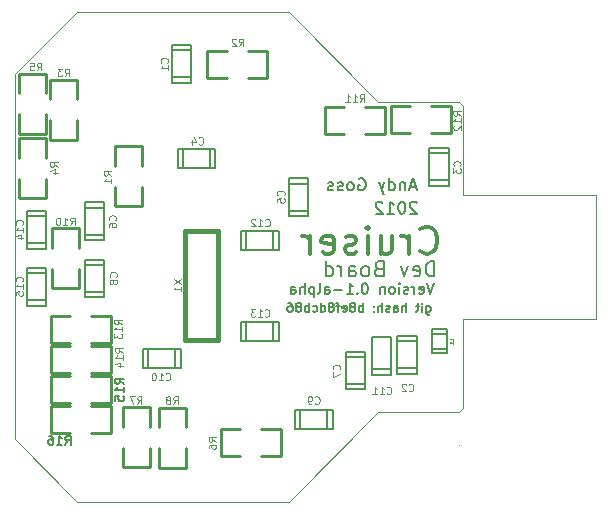
<source format=gbo>
G04 (created by PCBNEW-RS274X (2010-03-14)-final) date Wed 05 Dec 2012 01:18:59 PM EST*
G01*
G70*
G90*
%MOIN*%
G04 Gerber Fmt 3.4, Leading zero omitted, Abs format*
%FSLAX34Y34*%
G04 APERTURE LIST*
%ADD10C,0.006000*%
%ADD11C,0.001000*%
%ADD12C,0.005800*%
%ADD13C,0.005000*%
%ADD14C,0.006700*%
%ADD15C,0.008300*%
%ADD16C,0.014000*%
%ADD17C,0.010000*%
%ADD18C,0.015000*%
%ADD19C,0.004200*%
%ADD20C,0.002000*%
G04 APERTURE END LIST*
G54D10*
G54D11*
X59035Y-37118D02*
X59035Y-34165D01*
X46153Y-23929D02*
X50299Y-23929D01*
X44083Y-38173D02*
X44083Y-26000D01*
X44083Y-38174D02*
X44083Y-38173D01*
X46153Y-40244D02*
X44083Y-38174D01*
X47543Y-40244D02*
X46153Y-40244D01*
X44083Y-25999D02*
X44083Y-26000D01*
X46153Y-23929D02*
X44083Y-25999D01*
X53209Y-40244D02*
X47543Y-40244D01*
X56201Y-37252D02*
X53209Y-40244D01*
X58898Y-37252D02*
X56201Y-37252D01*
X58901Y-37252D02*
X58898Y-37252D01*
X59035Y-37118D02*
X58901Y-37252D01*
X58901Y-38346D02*
X58898Y-38346D01*
X58901Y-26921D02*
X58677Y-26921D01*
X59035Y-27055D02*
X58901Y-26921D01*
X59035Y-29260D02*
X59035Y-27055D01*
X59035Y-30016D02*
X59035Y-29260D01*
X59035Y-30016D02*
X59035Y-30020D01*
X56201Y-26921D02*
X58677Y-26921D01*
X53209Y-23929D02*
X56201Y-26921D01*
X50295Y-23929D02*
X53209Y-23929D01*
X59370Y-34165D02*
X59035Y-34165D01*
X63437Y-30016D02*
X59035Y-30016D01*
X63437Y-34165D02*
X59370Y-34165D01*
X63437Y-30016D02*
X63437Y-34165D01*
G54D12*
X58047Y-32969D02*
X57930Y-33319D01*
X57813Y-32969D01*
X57563Y-33302D02*
X57597Y-33319D01*
X57663Y-33319D01*
X57697Y-33302D01*
X57713Y-33269D01*
X57713Y-33135D01*
X57697Y-33102D01*
X57663Y-33085D01*
X57597Y-33085D01*
X57563Y-33102D01*
X57547Y-33135D01*
X57547Y-33169D01*
X57713Y-33202D01*
X57397Y-33319D02*
X57397Y-33085D01*
X57397Y-33152D02*
X57380Y-33119D01*
X57363Y-33102D01*
X57330Y-33085D01*
X57297Y-33085D01*
X57196Y-33302D02*
X57163Y-33319D01*
X57096Y-33319D01*
X57063Y-33302D01*
X57046Y-33269D01*
X57046Y-33252D01*
X57063Y-33219D01*
X57096Y-33202D01*
X57146Y-33202D01*
X57180Y-33185D01*
X57196Y-33152D01*
X57196Y-33135D01*
X57180Y-33102D01*
X57146Y-33085D01*
X57096Y-33085D01*
X57063Y-33102D01*
X56897Y-33319D02*
X56897Y-33085D01*
X56897Y-32969D02*
X56913Y-32985D01*
X56897Y-33002D01*
X56880Y-32985D01*
X56897Y-32969D01*
X56897Y-33002D01*
X56680Y-33319D02*
X56713Y-33302D01*
X56730Y-33285D01*
X56746Y-33252D01*
X56746Y-33152D01*
X56730Y-33119D01*
X56713Y-33102D01*
X56680Y-33085D01*
X56630Y-33085D01*
X56596Y-33102D01*
X56580Y-33119D01*
X56563Y-33152D01*
X56563Y-33252D01*
X56580Y-33285D01*
X56596Y-33302D01*
X56630Y-33319D01*
X56680Y-33319D01*
X56413Y-33085D02*
X56413Y-33319D01*
X56413Y-33119D02*
X56396Y-33102D01*
X56363Y-33085D01*
X56313Y-33085D01*
X56279Y-33102D01*
X56263Y-33135D01*
X56263Y-33319D01*
X55762Y-32969D02*
X55729Y-32969D01*
X55695Y-32985D01*
X55679Y-33002D01*
X55662Y-33035D01*
X55645Y-33102D01*
X55645Y-33185D01*
X55662Y-33252D01*
X55679Y-33285D01*
X55695Y-33302D01*
X55729Y-33319D01*
X55762Y-33319D01*
X55795Y-33302D01*
X55812Y-33285D01*
X55829Y-33252D01*
X55845Y-33185D01*
X55845Y-33102D01*
X55829Y-33035D01*
X55812Y-33002D01*
X55795Y-32985D01*
X55762Y-32969D01*
X55496Y-33285D02*
X55479Y-33302D01*
X55496Y-33319D01*
X55512Y-33302D01*
X55496Y-33285D01*
X55496Y-33319D01*
X55145Y-33319D02*
X55345Y-33319D01*
X55245Y-33319D02*
X55245Y-32969D01*
X55279Y-33019D01*
X55312Y-33052D01*
X55345Y-33069D01*
X54996Y-33185D02*
X54729Y-33185D01*
X54413Y-33319D02*
X54413Y-33135D01*
X54429Y-33102D01*
X54463Y-33085D01*
X54529Y-33085D01*
X54563Y-33102D01*
X54413Y-33302D02*
X54446Y-33319D01*
X54529Y-33319D01*
X54563Y-33302D01*
X54579Y-33269D01*
X54579Y-33235D01*
X54563Y-33202D01*
X54529Y-33185D01*
X54446Y-33185D01*
X54413Y-33169D01*
X54196Y-33319D02*
X54229Y-33302D01*
X54246Y-33269D01*
X54246Y-32969D01*
X54063Y-33085D02*
X54063Y-33435D01*
X54063Y-33102D02*
X54029Y-33085D01*
X53963Y-33085D01*
X53929Y-33102D01*
X53913Y-33119D01*
X53896Y-33152D01*
X53896Y-33252D01*
X53913Y-33285D01*
X53929Y-33302D01*
X53963Y-33319D01*
X54029Y-33319D01*
X54063Y-33302D01*
X53746Y-33319D02*
X53746Y-32969D01*
X53596Y-33319D02*
X53596Y-33135D01*
X53612Y-33102D01*
X53646Y-33085D01*
X53696Y-33085D01*
X53729Y-33102D01*
X53746Y-33119D01*
X53279Y-33319D02*
X53279Y-33135D01*
X53295Y-33102D01*
X53329Y-33085D01*
X53395Y-33085D01*
X53429Y-33102D01*
X53279Y-33302D02*
X53312Y-33319D01*
X53395Y-33319D01*
X53429Y-33302D01*
X53445Y-33269D01*
X53445Y-33235D01*
X53429Y-33202D01*
X53395Y-33185D01*
X53312Y-33185D01*
X53279Y-33169D01*
G54D13*
X57793Y-33712D02*
X57793Y-33955D01*
X57807Y-33984D01*
X57822Y-33998D01*
X57850Y-34012D01*
X57893Y-34012D01*
X57922Y-33998D01*
X57793Y-33898D02*
X57822Y-33912D01*
X57879Y-33912D01*
X57907Y-33898D01*
X57922Y-33884D01*
X57936Y-33855D01*
X57936Y-33770D01*
X57922Y-33741D01*
X57907Y-33727D01*
X57879Y-33712D01*
X57822Y-33712D01*
X57793Y-33727D01*
X57651Y-33912D02*
X57651Y-33712D01*
X57651Y-33612D02*
X57665Y-33627D01*
X57651Y-33641D01*
X57636Y-33627D01*
X57651Y-33612D01*
X57651Y-33641D01*
X57550Y-33712D02*
X57436Y-33712D01*
X57508Y-33612D02*
X57508Y-33870D01*
X57493Y-33898D01*
X57465Y-33912D01*
X57436Y-33912D01*
X57108Y-33912D02*
X57108Y-33612D01*
X56979Y-33912D02*
X56979Y-33755D01*
X56993Y-33727D01*
X57022Y-33712D01*
X57065Y-33712D01*
X57093Y-33727D01*
X57108Y-33741D01*
X56708Y-33912D02*
X56708Y-33755D01*
X56722Y-33727D01*
X56751Y-33712D01*
X56808Y-33712D01*
X56837Y-33727D01*
X56708Y-33898D02*
X56737Y-33912D01*
X56808Y-33912D01*
X56837Y-33898D01*
X56851Y-33870D01*
X56851Y-33841D01*
X56837Y-33812D01*
X56808Y-33798D01*
X56737Y-33798D01*
X56708Y-33784D01*
X56580Y-33898D02*
X56551Y-33912D01*
X56494Y-33912D01*
X56466Y-33898D01*
X56451Y-33870D01*
X56451Y-33855D01*
X56466Y-33827D01*
X56494Y-33812D01*
X56537Y-33812D01*
X56566Y-33798D01*
X56580Y-33770D01*
X56580Y-33755D01*
X56566Y-33727D01*
X56537Y-33712D01*
X56494Y-33712D01*
X56466Y-33727D01*
X56323Y-33912D02*
X56323Y-33612D01*
X56194Y-33912D02*
X56194Y-33755D01*
X56208Y-33727D01*
X56237Y-33712D01*
X56280Y-33712D01*
X56308Y-33727D01*
X56323Y-33741D01*
X56052Y-33884D02*
X56037Y-33898D01*
X56052Y-33912D01*
X56066Y-33898D01*
X56052Y-33884D01*
X56052Y-33912D01*
X56052Y-33727D02*
X56037Y-33741D01*
X56052Y-33755D01*
X56066Y-33741D01*
X56052Y-33727D01*
X56052Y-33755D01*
X55680Y-33912D02*
X55680Y-33612D01*
X55680Y-33727D02*
X55651Y-33712D01*
X55594Y-33712D01*
X55565Y-33727D01*
X55551Y-33741D01*
X55537Y-33770D01*
X55537Y-33855D01*
X55551Y-33884D01*
X55565Y-33898D01*
X55594Y-33912D01*
X55651Y-33912D01*
X55680Y-33898D01*
X55366Y-33741D02*
X55394Y-33727D01*
X55409Y-33712D01*
X55423Y-33684D01*
X55423Y-33670D01*
X55409Y-33641D01*
X55394Y-33627D01*
X55366Y-33612D01*
X55309Y-33612D01*
X55280Y-33627D01*
X55266Y-33641D01*
X55251Y-33670D01*
X55251Y-33684D01*
X55266Y-33712D01*
X55280Y-33727D01*
X55309Y-33741D01*
X55366Y-33741D01*
X55394Y-33755D01*
X55409Y-33770D01*
X55423Y-33798D01*
X55423Y-33855D01*
X55409Y-33884D01*
X55394Y-33898D01*
X55366Y-33912D01*
X55309Y-33912D01*
X55280Y-33898D01*
X55266Y-33884D01*
X55251Y-33855D01*
X55251Y-33798D01*
X55266Y-33770D01*
X55280Y-33755D01*
X55309Y-33741D01*
X55008Y-33898D02*
X55037Y-33912D01*
X55094Y-33912D01*
X55123Y-33898D01*
X55137Y-33870D01*
X55137Y-33755D01*
X55123Y-33727D01*
X55094Y-33712D01*
X55037Y-33712D01*
X55008Y-33727D01*
X54994Y-33755D01*
X54994Y-33784D01*
X55137Y-33812D01*
X54908Y-33712D02*
X54794Y-33712D01*
X54866Y-33912D02*
X54866Y-33655D01*
X54851Y-33627D01*
X54823Y-33612D01*
X54794Y-33612D01*
X54652Y-33741D02*
X54680Y-33727D01*
X54695Y-33712D01*
X54709Y-33684D01*
X54709Y-33670D01*
X54695Y-33641D01*
X54680Y-33627D01*
X54652Y-33612D01*
X54595Y-33612D01*
X54566Y-33627D01*
X54552Y-33641D01*
X54537Y-33670D01*
X54537Y-33684D01*
X54552Y-33712D01*
X54566Y-33727D01*
X54595Y-33741D01*
X54652Y-33741D01*
X54680Y-33755D01*
X54695Y-33770D01*
X54709Y-33798D01*
X54709Y-33855D01*
X54695Y-33884D01*
X54680Y-33898D01*
X54652Y-33912D01*
X54595Y-33912D01*
X54566Y-33898D01*
X54552Y-33884D01*
X54537Y-33855D01*
X54537Y-33798D01*
X54552Y-33770D01*
X54566Y-33755D01*
X54595Y-33741D01*
X54280Y-33912D02*
X54280Y-33612D01*
X54280Y-33898D02*
X54309Y-33912D01*
X54366Y-33912D01*
X54394Y-33898D01*
X54409Y-33884D01*
X54423Y-33855D01*
X54423Y-33770D01*
X54409Y-33741D01*
X54394Y-33727D01*
X54366Y-33712D01*
X54309Y-33712D01*
X54280Y-33727D01*
X54009Y-33898D02*
X54038Y-33912D01*
X54095Y-33912D01*
X54123Y-33898D01*
X54138Y-33884D01*
X54152Y-33855D01*
X54152Y-33770D01*
X54138Y-33741D01*
X54123Y-33727D01*
X54095Y-33712D01*
X54038Y-33712D01*
X54009Y-33727D01*
X53881Y-33912D02*
X53881Y-33612D01*
X53881Y-33727D02*
X53852Y-33712D01*
X53795Y-33712D01*
X53766Y-33727D01*
X53752Y-33741D01*
X53738Y-33770D01*
X53738Y-33855D01*
X53752Y-33884D01*
X53766Y-33898D01*
X53795Y-33912D01*
X53852Y-33912D01*
X53881Y-33898D01*
X53567Y-33741D02*
X53595Y-33727D01*
X53610Y-33712D01*
X53624Y-33684D01*
X53624Y-33670D01*
X53610Y-33641D01*
X53595Y-33627D01*
X53567Y-33612D01*
X53510Y-33612D01*
X53481Y-33627D01*
X53467Y-33641D01*
X53452Y-33670D01*
X53452Y-33684D01*
X53467Y-33712D01*
X53481Y-33727D01*
X53510Y-33741D01*
X53567Y-33741D01*
X53595Y-33755D01*
X53610Y-33770D01*
X53624Y-33798D01*
X53624Y-33855D01*
X53610Y-33884D01*
X53595Y-33898D01*
X53567Y-33912D01*
X53510Y-33912D01*
X53481Y-33898D01*
X53467Y-33884D01*
X53452Y-33855D01*
X53452Y-33798D01*
X53467Y-33770D01*
X53481Y-33755D01*
X53510Y-33741D01*
X53195Y-33612D02*
X53252Y-33612D01*
X53281Y-33627D01*
X53295Y-33641D01*
X53324Y-33684D01*
X53338Y-33741D01*
X53338Y-33855D01*
X53324Y-33884D01*
X53309Y-33898D01*
X53281Y-33912D01*
X53224Y-33912D01*
X53195Y-33898D01*
X53181Y-33884D01*
X53166Y-33855D01*
X53166Y-33784D01*
X53181Y-33755D01*
X53195Y-33741D01*
X53224Y-33727D01*
X53281Y-33727D01*
X53309Y-33741D01*
X53324Y-33755D01*
X53338Y-33784D01*
G54D14*
X57477Y-30280D02*
X57458Y-30261D01*
X57420Y-30242D01*
X57324Y-30242D01*
X57286Y-30261D01*
X57267Y-30280D01*
X57248Y-30318D01*
X57248Y-30356D01*
X57267Y-30413D01*
X57496Y-30642D01*
X57248Y-30642D01*
X57001Y-30242D02*
X56962Y-30242D01*
X56924Y-30261D01*
X56905Y-30280D01*
X56886Y-30318D01*
X56867Y-30394D01*
X56867Y-30490D01*
X56886Y-30566D01*
X56905Y-30604D01*
X56924Y-30623D01*
X56962Y-30642D01*
X57001Y-30642D01*
X57039Y-30623D01*
X57058Y-30604D01*
X57077Y-30566D01*
X57096Y-30490D01*
X57096Y-30394D01*
X57077Y-30318D01*
X57058Y-30280D01*
X57039Y-30261D01*
X57001Y-30242D01*
X56486Y-30642D02*
X56715Y-30642D01*
X56601Y-30642D02*
X56601Y-30242D01*
X56639Y-30299D01*
X56677Y-30337D01*
X56715Y-30356D01*
X56334Y-30280D02*
X56315Y-30261D01*
X56277Y-30242D01*
X56181Y-30242D01*
X56143Y-30261D01*
X56124Y-30280D01*
X56105Y-30318D01*
X56105Y-30356D01*
X56124Y-30413D01*
X56353Y-30642D01*
X56105Y-30642D01*
X57447Y-29757D02*
X57256Y-29757D01*
X57485Y-29871D02*
X57352Y-29471D01*
X57218Y-29871D01*
X57085Y-29604D02*
X57085Y-29871D01*
X57085Y-29642D02*
X57066Y-29623D01*
X57028Y-29604D01*
X56970Y-29604D01*
X56932Y-29623D01*
X56913Y-29661D01*
X56913Y-29871D01*
X56551Y-29871D02*
X56551Y-29471D01*
X56551Y-29852D02*
X56589Y-29871D01*
X56666Y-29871D01*
X56704Y-29852D01*
X56723Y-29833D01*
X56742Y-29795D01*
X56742Y-29680D01*
X56723Y-29642D01*
X56704Y-29623D01*
X56666Y-29604D01*
X56589Y-29604D01*
X56551Y-29623D01*
X56399Y-29604D02*
X56304Y-29871D01*
X56208Y-29604D02*
X56304Y-29871D01*
X56342Y-29966D01*
X56361Y-29985D01*
X56399Y-30004D01*
X55541Y-29490D02*
X55579Y-29471D01*
X55636Y-29471D01*
X55694Y-29490D01*
X55732Y-29528D01*
X55751Y-29566D01*
X55770Y-29642D01*
X55770Y-29699D01*
X55751Y-29776D01*
X55732Y-29814D01*
X55694Y-29852D01*
X55636Y-29871D01*
X55598Y-29871D01*
X55541Y-29852D01*
X55522Y-29833D01*
X55522Y-29699D01*
X55598Y-29699D01*
X55294Y-29871D02*
X55332Y-29852D01*
X55351Y-29833D01*
X55370Y-29795D01*
X55370Y-29680D01*
X55351Y-29642D01*
X55332Y-29623D01*
X55294Y-29604D01*
X55236Y-29604D01*
X55198Y-29623D01*
X55179Y-29642D01*
X55160Y-29680D01*
X55160Y-29795D01*
X55179Y-29833D01*
X55198Y-29852D01*
X55236Y-29871D01*
X55294Y-29871D01*
X55008Y-29852D02*
X54970Y-29871D01*
X54894Y-29871D01*
X54855Y-29852D01*
X54836Y-29814D01*
X54836Y-29795D01*
X54855Y-29757D01*
X54894Y-29738D01*
X54951Y-29738D01*
X54989Y-29719D01*
X55008Y-29680D01*
X55008Y-29661D01*
X54989Y-29623D01*
X54951Y-29604D01*
X54894Y-29604D01*
X54855Y-29623D01*
X54684Y-29852D02*
X54646Y-29871D01*
X54570Y-29871D01*
X54531Y-29852D01*
X54512Y-29814D01*
X54512Y-29795D01*
X54531Y-29757D01*
X54570Y-29738D01*
X54627Y-29738D01*
X54665Y-29719D01*
X54684Y-29680D01*
X54684Y-29661D01*
X54665Y-29623D01*
X54627Y-29604D01*
X54570Y-29604D01*
X54531Y-29623D01*
G54D15*
X58061Y-32737D02*
X58061Y-32237D01*
X57942Y-32237D01*
X57870Y-32261D01*
X57823Y-32309D01*
X57799Y-32356D01*
X57775Y-32452D01*
X57775Y-32523D01*
X57799Y-32618D01*
X57823Y-32666D01*
X57870Y-32714D01*
X57942Y-32737D01*
X58061Y-32737D01*
X57370Y-32714D02*
X57418Y-32737D01*
X57513Y-32737D01*
X57561Y-32714D01*
X57585Y-32666D01*
X57585Y-32475D01*
X57561Y-32428D01*
X57513Y-32404D01*
X57418Y-32404D01*
X57370Y-32428D01*
X57347Y-32475D01*
X57347Y-32523D01*
X57585Y-32571D01*
X57180Y-32404D02*
X57061Y-32737D01*
X56941Y-32404D01*
X56203Y-32475D02*
X56132Y-32499D01*
X56108Y-32523D01*
X56084Y-32571D01*
X56084Y-32642D01*
X56108Y-32690D01*
X56132Y-32714D01*
X56179Y-32737D01*
X56370Y-32737D01*
X56370Y-32237D01*
X56203Y-32237D01*
X56156Y-32261D01*
X56132Y-32285D01*
X56108Y-32333D01*
X56108Y-32380D01*
X56132Y-32428D01*
X56156Y-32452D01*
X56203Y-32475D01*
X56370Y-32475D01*
X55799Y-32737D02*
X55846Y-32714D01*
X55870Y-32690D01*
X55894Y-32642D01*
X55894Y-32499D01*
X55870Y-32452D01*
X55846Y-32428D01*
X55799Y-32404D01*
X55727Y-32404D01*
X55679Y-32428D01*
X55656Y-32452D01*
X55632Y-32499D01*
X55632Y-32642D01*
X55656Y-32690D01*
X55679Y-32714D01*
X55727Y-32737D01*
X55799Y-32737D01*
X55204Y-32737D02*
X55204Y-32475D01*
X55227Y-32428D01*
X55275Y-32404D01*
X55370Y-32404D01*
X55418Y-32428D01*
X55204Y-32714D02*
X55251Y-32737D01*
X55370Y-32737D01*
X55418Y-32714D01*
X55442Y-32666D01*
X55442Y-32618D01*
X55418Y-32571D01*
X55370Y-32547D01*
X55251Y-32547D01*
X55204Y-32523D01*
X54966Y-32737D02*
X54966Y-32404D01*
X54966Y-32499D02*
X54942Y-32452D01*
X54918Y-32428D01*
X54871Y-32404D01*
X54823Y-32404D01*
X54442Y-32737D02*
X54442Y-32237D01*
X54442Y-32714D02*
X54489Y-32737D01*
X54585Y-32737D01*
X54632Y-32714D01*
X54656Y-32690D01*
X54680Y-32642D01*
X54680Y-32499D01*
X54656Y-32452D01*
X54632Y-32428D01*
X54585Y-32404D01*
X54489Y-32404D01*
X54442Y-32428D01*
G54D16*
X57598Y-31897D02*
X57641Y-31939D01*
X57770Y-31982D01*
X57856Y-31982D01*
X57984Y-31939D01*
X58070Y-31854D01*
X58113Y-31768D01*
X58156Y-31597D01*
X58156Y-31468D01*
X58113Y-31297D01*
X58070Y-31211D01*
X57984Y-31125D01*
X57856Y-31082D01*
X57770Y-31082D01*
X57641Y-31125D01*
X57598Y-31168D01*
X57213Y-31982D02*
X57213Y-31382D01*
X57213Y-31554D02*
X57170Y-31468D01*
X57127Y-31425D01*
X57041Y-31382D01*
X56956Y-31382D01*
X56270Y-31382D02*
X56270Y-31982D01*
X56656Y-31382D02*
X56656Y-31854D01*
X56613Y-31939D01*
X56527Y-31982D01*
X56399Y-31982D01*
X56313Y-31939D01*
X56270Y-31897D01*
X55842Y-31982D02*
X55842Y-31382D01*
X55842Y-31082D02*
X55885Y-31125D01*
X55842Y-31168D01*
X55799Y-31125D01*
X55842Y-31082D01*
X55842Y-31168D01*
X55456Y-31939D02*
X55370Y-31982D01*
X55198Y-31982D01*
X55113Y-31939D01*
X55070Y-31854D01*
X55070Y-31811D01*
X55113Y-31725D01*
X55198Y-31682D01*
X55327Y-31682D01*
X55413Y-31639D01*
X55456Y-31554D01*
X55456Y-31511D01*
X55413Y-31425D01*
X55327Y-31382D01*
X55198Y-31382D01*
X55113Y-31425D01*
X54341Y-31939D02*
X54427Y-31982D01*
X54598Y-31982D01*
X54684Y-31939D01*
X54727Y-31854D01*
X54727Y-31511D01*
X54684Y-31425D01*
X54598Y-31382D01*
X54427Y-31382D01*
X54341Y-31425D01*
X54298Y-31511D01*
X54298Y-31597D01*
X54727Y-31682D01*
X53913Y-31982D02*
X53913Y-31382D01*
X53913Y-31554D02*
X53870Y-31468D01*
X53827Y-31425D01*
X53741Y-31382D01*
X53656Y-31382D01*
G54D13*
X44487Y-30739D02*
X45127Y-30739D01*
X45127Y-31639D02*
X44487Y-31639D01*
X45127Y-31819D02*
X44487Y-31819D01*
X44487Y-31819D02*
X44487Y-30559D01*
X44487Y-30559D02*
X45127Y-30559D01*
X45127Y-30559D02*
X45127Y-31819D01*
X52702Y-34243D02*
X52702Y-34883D01*
X51802Y-34883D02*
X51802Y-34243D01*
X51622Y-34883D02*
X51622Y-34243D01*
X51622Y-34243D02*
X52882Y-34243D01*
X52882Y-34243D02*
X52882Y-34883D01*
X52882Y-34883D02*
X51622Y-34883D01*
X49430Y-35164D02*
X49430Y-35804D01*
X48530Y-35804D02*
X48530Y-35164D01*
X48350Y-35804D02*
X48350Y-35164D01*
X48350Y-35164D02*
X49610Y-35164D01*
X49610Y-35164D02*
X49610Y-35804D01*
X49610Y-35804D02*
X48350Y-35804D01*
X54501Y-37176D02*
X54501Y-37816D01*
X53601Y-37816D02*
X53601Y-37176D01*
X53421Y-37816D02*
X53421Y-37176D01*
X53421Y-37176D02*
X54681Y-37176D01*
X54681Y-37176D02*
X54681Y-37816D01*
X54681Y-37816D02*
X53421Y-37816D01*
X47060Y-33257D02*
X46420Y-33257D01*
X46420Y-32357D02*
X47060Y-32357D01*
X46420Y-32177D02*
X47060Y-32177D01*
X47060Y-32177D02*
X47060Y-33437D01*
X47060Y-33437D02*
X46420Y-33437D01*
X46420Y-33437D02*
X46420Y-32177D01*
X55745Y-36324D02*
X55105Y-36324D01*
X55105Y-35424D02*
X55745Y-35424D01*
X55105Y-35244D02*
X55745Y-35244D01*
X55745Y-35244D02*
X55745Y-36504D01*
X55745Y-36504D02*
X55105Y-36504D01*
X55105Y-36504D02*
X55105Y-35244D01*
X46420Y-30452D02*
X47060Y-30452D01*
X47060Y-31352D02*
X46420Y-31352D01*
X47060Y-31532D02*
X46420Y-31532D01*
X46420Y-31532D02*
X46420Y-30272D01*
X46420Y-30272D02*
X47060Y-30272D01*
X47060Y-30272D02*
X47060Y-31532D01*
X53215Y-29648D02*
X53855Y-29648D01*
X53855Y-30548D02*
X53215Y-30548D01*
X53855Y-30728D02*
X53215Y-30728D01*
X53215Y-30728D02*
X53215Y-29468D01*
X53215Y-29468D02*
X53855Y-29468D01*
X53855Y-29468D02*
X53855Y-30728D01*
X49688Y-29127D02*
X49688Y-28487D01*
X50588Y-28487D02*
X50588Y-29127D01*
X50768Y-28487D02*
X50768Y-29127D01*
X50768Y-29127D02*
X49508Y-29127D01*
X49508Y-29127D02*
X49508Y-28487D01*
X49508Y-28487D02*
X50768Y-28487D01*
X58540Y-29540D02*
X57900Y-29540D01*
X57900Y-28640D02*
X58540Y-28640D01*
X57900Y-28460D02*
X58540Y-28460D01*
X58540Y-28460D02*
X58540Y-29720D01*
X58540Y-29720D02*
X57900Y-29720D01*
X57900Y-29720D02*
X57900Y-28460D01*
X57469Y-35804D02*
X56829Y-35804D01*
X56829Y-34904D02*
X57469Y-34904D01*
X56829Y-34724D02*
X57469Y-34724D01*
X57469Y-34724D02*
X57469Y-35984D01*
X57469Y-35984D02*
X56829Y-35984D01*
X56829Y-35984D02*
X56829Y-34724D01*
X49962Y-26103D02*
X49322Y-26103D01*
X49322Y-25203D02*
X49962Y-25203D01*
X49322Y-25023D02*
X49962Y-25023D01*
X49962Y-25023D02*
X49962Y-26283D01*
X49962Y-26283D02*
X49322Y-26283D01*
X49322Y-26283D02*
X49322Y-25023D01*
G54D17*
X58606Y-27074D02*
X58606Y-27974D01*
X58606Y-27974D02*
X57956Y-27974D01*
X57256Y-27074D02*
X56606Y-27074D01*
X56606Y-27074D02*
X56606Y-27974D01*
X56606Y-27974D02*
X57256Y-27974D01*
X57956Y-27074D02*
X58606Y-27074D01*
X56405Y-27078D02*
X56405Y-27978D01*
X56405Y-27978D02*
X55755Y-27978D01*
X55055Y-27078D02*
X54405Y-27078D01*
X54405Y-27078D02*
X54405Y-27978D01*
X54405Y-27978D02*
X55055Y-27978D01*
X55755Y-27078D02*
X56405Y-27078D01*
X45325Y-31130D02*
X46225Y-31130D01*
X46225Y-31130D02*
X46225Y-31780D01*
X45325Y-32480D02*
X45325Y-33130D01*
X45325Y-33130D02*
X46225Y-33130D01*
X46225Y-33130D02*
X46225Y-32480D01*
X45325Y-31780D02*
X45325Y-31130D01*
X48869Y-37110D02*
X49769Y-37110D01*
X49769Y-37110D02*
X49769Y-37760D01*
X48869Y-38460D02*
X48869Y-39110D01*
X48869Y-39110D02*
X49769Y-39110D01*
X49769Y-39110D02*
X49769Y-38460D01*
X48869Y-37760D02*
X48869Y-37110D01*
X47676Y-37106D02*
X48576Y-37106D01*
X48576Y-37106D02*
X48576Y-37756D01*
X47676Y-38456D02*
X47676Y-39106D01*
X47676Y-39106D02*
X48576Y-39106D01*
X48576Y-39106D02*
X48576Y-38456D01*
X47676Y-37756D02*
X47676Y-37106D01*
X50949Y-38737D02*
X50949Y-37837D01*
X50949Y-37837D02*
X51599Y-37837D01*
X52299Y-38737D02*
X52949Y-38737D01*
X52949Y-38737D02*
X52949Y-37837D01*
X52949Y-37837D02*
X52299Y-37837D01*
X51599Y-38737D02*
X50949Y-38737D01*
X44215Y-25988D02*
X45115Y-25988D01*
X45115Y-25988D02*
X45115Y-26638D01*
X44215Y-27338D02*
X44215Y-27988D01*
X44215Y-27988D02*
X45115Y-27988D01*
X45115Y-27988D02*
X45115Y-27338D01*
X44215Y-26638D02*
X44215Y-25988D01*
X45115Y-30126D02*
X44215Y-30126D01*
X44215Y-30126D02*
X44215Y-29476D01*
X45115Y-28776D02*
X45115Y-28126D01*
X45115Y-28126D02*
X44215Y-28126D01*
X44215Y-28126D02*
X44215Y-28776D01*
X45115Y-29476D02*
X45115Y-30126D01*
X46139Y-28189D02*
X45239Y-28189D01*
X45239Y-28189D02*
X45239Y-27539D01*
X46139Y-26839D02*
X46139Y-26189D01*
X46139Y-26189D02*
X45239Y-26189D01*
X45239Y-26189D02*
X45239Y-26839D01*
X46139Y-27539D02*
X46139Y-28189D01*
X52496Y-25215D02*
X52496Y-26115D01*
X52496Y-26115D02*
X51846Y-26115D01*
X51146Y-25215D02*
X50496Y-25215D01*
X50496Y-25215D02*
X50496Y-26115D01*
X50496Y-26115D02*
X51146Y-26115D01*
X51846Y-25215D02*
X52496Y-25215D01*
X47424Y-28405D02*
X48324Y-28405D01*
X48324Y-28405D02*
X48324Y-29055D01*
X47424Y-29755D02*
X47424Y-30405D01*
X47424Y-30405D02*
X48324Y-30405D01*
X48324Y-30405D02*
X48324Y-29755D01*
X47424Y-29055D02*
X47424Y-28405D01*
G54D13*
X52698Y-31227D02*
X52698Y-31867D01*
X51798Y-31867D02*
X51798Y-31227D01*
X51618Y-31867D02*
X51618Y-31227D01*
X51618Y-31227D02*
X52878Y-31227D01*
X52878Y-31227D02*
X52878Y-31867D01*
X52878Y-31867D02*
X51618Y-31867D01*
X45123Y-33533D02*
X44483Y-33533D01*
X44483Y-32633D02*
X45123Y-32633D01*
X44483Y-32453D02*
X45123Y-32453D01*
X45123Y-32453D02*
X45123Y-33713D01*
X45123Y-33713D02*
X44483Y-33713D01*
X44483Y-33713D02*
X44483Y-32453D01*
X56615Y-35832D02*
X55975Y-35832D01*
X55975Y-34752D02*
X56615Y-34752D01*
X56615Y-34752D02*
X56615Y-36012D01*
X56615Y-36012D02*
X55975Y-36012D01*
X55975Y-36012D02*
X55975Y-34752D01*
G54D18*
X50865Y-31210D02*
X49765Y-31210D01*
X49765Y-31210D02*
X49765Y-34860D01*
X49765Y-34860D02*
X50865Y-34860D01*
X50865Y-34860D02*
X50865Y-31235D01*
G54D17*
X47272Y-34046D02*
X47272Y-34946D01*
X47272Y-34946D02*
X46622Y-34946D01*
X45922Y-34046D02*
X45272Y-34046D01*
X45272Y-34046D02*
X45272Y-34946D01*
X45272Y-34946D02*
X45922Y-34946D01*
X46622Y-34046D02*
X47272Y-34046D01*
X47272Y-35046D02*
X47272Y-35946D01*
X47272Y-35946D02*
X46622Y-35946D01*
X45922Y-35046D02*
X45272Y-35046D01*
X45272Y-35046D02*
X45272Y-35946D01*
X45272Y-35946D02*
X45922Y-35946D01*
X46622Y-35046D02*
X47272Y-35046D01*
G54D13*
X58502Y-34652D02*
X58002Y-34652D01*
X58502Y-35152D02*
X58012Y-35152D01*
X58502Y-35302D02*
X58502Y-34502D01*
X58502Y-34502D02*
X58002Y-34502D01*
X58002Y-34502D02*
X58002Y-35302D01*
X58002Y-35302D02*
X58502Y-35302D01*
G54D17*
X47272Y-37050D02*
X47272Y-37950D01*
X47272Y-37950D02*
X46622Y-37950D01*
X45922Y-37050D02*
X45272Y-37050D01*
X45272Y-37050D02*
X45272Y-37950D01*
X45272Y-37950D02*
X45922Y-37950D01*
X46622Y-37050D02*
X47272Y-37050D01*
X47272Y-36046D02*
X47272Y-36946D01*
X47272Y-36946D02*
X46622Y-36946D01*
X45922Y-36046D02*
X45272Y-36046D01*
X45272Y-36046D02*
X45272Y-36946D01*
X45272Y-36946D02*
X45922Y-36946D01*
X46622Y-36046D02*
X47272Y-36046D01*
G54D19*
X44329Y-31012D02*
X44341Y-31000D01*
X44353Y-30965D01*
X44353Y-30941D01*
X44341Y-30905D01*
X44317Y-30881D01*
X44294Y-30870D01*
X44246Y-30858D01*
X44210Y-30858D01*
X44163Y-30870D01*
X44139Y-30881D01*
X44115Y-30905D01*
X44103Y-30941D01*
X44103Y-30965D01*
X44115Y-31000D01*
X44127Y-31012D01*
X44353Y-31250D02*
X44353Y-31108D01*
X44353Y-31179D02*
X44103Y-31179D01*
X44139Y-31155D01*
X44163Y-31131D01*
X44175Y-31108D01*
X44187Y-31465D02*
X44353Y-31465D01*
X44091Y-31405D02*
X44270Y-31346D01*
X44270Y-31500D01*
X52413Y-34061D02*
X52425Y-34073D01*
X52460Y-34085D01*
X52484Y-34085D01*
X52520Y-34073D01*
X52544Y-34049D01*
X52555Y-34026D01*
X52567Y-33978D01*
X52567Y-33942D01*
X52555Y-33895D01*
X52544Y-33871D01*
X52520Y-33847D01*
X52484Y-33835D01*
X52460Y-33835D01*
X52425Y-33847D01*
X52413Y-33859D01*
X52175Y-34085D02*
X52317Y-34085D01*
X52246Y-34085D02*
X52246Y-33835D01*
X52270Y-33871D01*
X52294Y-33895D01*
X52317Y-33907D01*
X52091Y-33835D02*
X51937Y-33835D01*
X52020Y-33930D01*
X51984Y-33930D01*
X51960Y-33942D01*
X51948Y-33954D01*
X51937Y-33978D01*
X51937Y-34038D01*
X51948Y-34061D01*
X51960Y-34073D01*
X51984Y-34085D01*
X52056Y-34085D01*
X52079Y-34073D01*
X52091Y-34061D01*
X49113Y-36179D02*
X49125Y-36191D01*
X49160Y-36203D01*
X49184Y-36203D01*
X49220Y-36191D01*
X49244Y-36167D01*
X49255Y-36144D01*
X49267Y-36096D01*
X49267Y-36060D01*
X49255Y-36013D01*
X49244Y-35989D01*
X49220Y-35965D01*
X49184Y-35953D01*
X49160Y-35953D01*
X49125Y-35965D01*
X49113Y-35977D01*
X48875Y-36203D02*
X49017Y-36203D01*
X48946Y-36203D02*
X48946Y-35953D01*
X48970Y-35989D01*
X48994Y-36013D01*
X49017Y-36025D01*
X48720Y-35953D02*
X48696Y-35953D01*
X48672Y-35965D01*
X48660Y-35977D01*
X48648Y-36001D01*
X48637Y-36048D01*
X48637Y-36108D01*
X48648Y-36156D01*
X48660Y-36179D01*
X48672Y-36191D01*
X48696Y-36203D01*
X48720Y-36203D01*
X48744Y-36191D01*
X48756Y-36179D01*
X48767Y-36156D01*
X48779Y-36108D01*
X48779Y-36048D01*
X48767Y-36001D01*
X48756Y-35977D01*
X48744Y-35965D01*
X48720Y-35953D01*
X54085Y-36963D02*
X54097Y-36975D01*
X54132Y-36987D01*
X54156Y-36987D01*
X54192Y-36975D01*
X54216Y-36951D01*
X54227Y-36928D01*
X54239Y-36880D01*
X54239Y-36844D01*
X54227Y-36797D01*
X54216Y-36773D01*
X54192Y-36749D01*
X54156Y-36737D01*
X54132Y-36737D01*
X54097Y-36749D01*
X54085Y-36761D01*
X53966Y-36987D02*
X53918Y-36987D01*
X53894Y-36975D01*
X53882Y-36963D01*
X53858Y-36928D01*
X53847Y-36880D01*
X53847Y-36785D01*
X53858Y-36761D01*
X53870Y-36749D01*
X53894Y-36737D01*
X53942Y-36737D01*
X53966Y-36749D01*
X53977Y-36761D01*
X53989Y-36785D01*
X53989Y-36844D01*
X53977Y-36868D01*
X53966Y-36880D01*
X53942Y-36892D01*
X53894Y-36892D01*
X53870Y-36880D01*
X53858Y-36868D01*
X53847Y-36844D01*
X47467Y-32749D02*
X47479Y-32737D01*
X47491Y-32702D01*
X47491Y-32678D01*
X47479Y-32642D01*
X47455Y-32618D01*
X47432Y-32607D01*
X47384Y-32595D01*
X47348Y-32595D01*
X47301Y-32607D01*
X47277Y-32618D01*
X47253Y-32642D01*
X47241Y-32678D01*
X47241Y-32702D01*
X47253Y-32737D01*
X47265Y-32749D01*
X47348Y-32892D02*
X47336Y-32868D01*
X47325Y-32857D01*
X47301Y-32845D01*
X47289Y-32845D01*
X47265Y-32857D01*
X47253Y-32868D01*
X47241Y-32892D01*
X47241Y-32940D01*
X47253Y-32964D01*
X47265Y-32976D01*
X47289Y-32987D01*
X47301Y-32987D01*
X47325Y-32976D01*
X47336Y-32964D01*
X47348Y-32940D01*
X47348Y-32892D01*
X47360Y-32868D01*
X47372Y-32857D01*
X47396Y-32845D01*
X47444Y-32845D01*
X47467Y-32857D01*
X47479Y-32868D01*
X47491Y-32892D01*
X47491Y-32940D01*
X47479Y-32964D01*
X47467Y-32976D01*
X47444Y-32987D01*
X47396Y-32987D01*
X47372Y-32976D01*
X47360Y-32964D01*
X47348Y-32940D01*
X54904Y-35840D02*
X54916Y-35828D01*
X54928Y-35793D01*
X54928Y-35769D01*
X54916Y-35733D01*
X54892Y-35709D01*
X54869Y-35698D01*
X54821Y-35686D01*
X54785Y-35686D01*
X54738Y-35698D01*
X54714Y-35709D01*
X54690Y-35733D01*
X54678Y-35769D01*
X54678Y-35793D01*
X54690Y-35828D01*
X54702Y-35840D01*
X54678Y-35924D02*
X54678Y-36090D01*
X54928Y-35983D01*
X47435Y-30860D02*
X47447Y-30848D01*
X47459Y-30813D01*
X47459Y-30789D01*
X47447Y-30753D01*
X47423Y-30729D01*
X47400Y-30718D01*
X47352Y-30706D01*
X47316Y-30706D01*
X47269Y-30718D01*
X47245Y-30729D01*
X47221Y-30753D01*
X47209Y-30789D01*
X47209Y-30813D01*
X47221Y-30848D01*
X47233Y-30860D01*
X47209Y-31075D02*
X47209Y-31027D01*
X47221Y-31003D01*
X47233Y-30991D01*
X47269Y-30968D01*
X47316Y-30956D01*
X47412Y-30956D01*
X47435Y-30968D01*
X47447Y-30979D01*
X47459Y-31003D01*
X47459Y-31051D01*
X47447Y-31075D01*
X47435Y-31087D01*
X47412Y-31098D01*
X47352Y-31098D01*
X47328Y-31087D01*
X47316Y-31075D01*
X47304Y-31051D01*
X47304Y-31003D01*
X47316Y-30979D01*
X47328Y-30968D01*
X47352Y-30956D01*
X53046Y-30037D02*
X53058Y-30025D01*
X53070Y-29990D01*
X53070Y-29966D01*
X53058Y-29930D01*
X53034Y-29906D01*
X53011Y-29895D01*
X52963Y-29883D01*
X52927Y-29883D01*
X52880Y-29895D01*
X52856Y-29906D01*
X52832Y-29930D01*
X52820Y-29966D01*
X52820Y-29990D01*
X52832Y-30025D01*
X52844Y-30037D01*
X52820Y-30264D02*
X52820Y-30145D01*
X52939Y-30133D01*
X52927Y-30145D01*
X52915Y-30168D01*
X52915Y-30228D01*
X52927Y-30252D01*
X52939Y-30264D01*
X52963Y-30275D01*
X53023Y-30275D01*
X53046Y-30264D01*
X53058Y-30252D01*
X53070Y-30228D01*
X53070Y-30168D01*
X53058Y-30145D01*
X53046Y-30133D01*
X50208Y-28317D02*
X50220Y-28329D01*
X50255Y-28341D01*
X50279Y-28341D01*
X50315Y-28329D01*
X50339Y-28305D01*
X50350Y-28282D01*
X50362Y-28234D01*
X50362Y-28198D01*
X50350Y-28151D01*
X50339Y-28127D01*
X50315Y-28103D01*
X50279Y-28091D01*
X50255Y-28091D01*
X50220Y-28103D01*
X50208Y-28115D01*
X49993Y-28175D02*
X49993Y-28341D01*
X50053Y-28079D02*
X50112Y-28258D01*
X49958Y-28258D01*
X58920Y-29052D02*
X58932Y-29040D01*
X58944Y-29005D01*
X58944Y-28981D01*
X58932Y-28945D01*
X58908Y-28921D01*
X58885Y-28910D01*
X58837Y-28898D01*
X58801Y-28898D01*
X58754Y-28910D01*
X58730Y-28921D01*
X58706Y-28945D01*
X58694Y-28981D01*
X58694Y-29005D01*
X58706Y-29040D01*
X58718Y-29052D01*
X58694Y-29136D02*
X58694Y-29290D01*
X58789Y-29207D01*
X58789Y-29243D01*
X58801Y-29267D01*
X58813Y-29279D01*
X58837Y-29290D01*
X58897Y-29290D01*
X58920Y-29279D01*
X58932Y-29267D01*
X58944Y-29243D01*
X58944Y-29171D01*
X58932Y-29148D01*
X58920Y-29136D01*
X57211Y-36546D02*
X57223Y-36558D01*
X57258Y-36570D01*
X57282Y-36570D01*
X57318Y-36558D01*
X57342Y-36534D01*
X57353Y-36511D01*
X57365Y-36463D01*
X57365Y-36427D01*
X57353Y-36380D01*
X57342Y-36356D01*
X57318Y-36332D01*
X57282Y-36320D01*
X57258Y-36320D01*
X57223Y-36332D01*
X57211Y-36344D01*
X57115Y-36344D02*
X57103Y-36332D01*
X57080Y-36320D01*
X57020Y-36320D01*
X56996Y-36332D01*
X56984Y-36344D01*
X56973Y-36368D01*
X56973Y-36392D01*
X56984Y-36427D01*
X57127Y-36570D01*
X56973Y-36570D01*
X49164Y-25608D02*
X49176Y-25596D01*
X49188Y-25561D01*
X49188Y-25537D01*
X49176Y-25501D01*
X49152Y-25477D01*
X49129Y-25466D01*
X49081Y-25454D01*
X49045Y-25454D01*
X48998Y-25466D01*
X48974Y-25477D01*
X48950Y-25501D01*
X48938Y-25537D01*
X48938Y-25561D01*
X48950Y-25596D01*
X48962Y-25608D01*
X49188Y-25846D02*
X49188Y-25704D01*
X49188Y-25775D02*
X48938Y-25775D01*
X48974Y-25751D01*
X48998Y-25727D01*
X49010Y-25704D01*
X58951Y-27378D02*
X58832Y-27295D01*
X58951Y-27236D02*
X58701Y-27236D01*
X58701Y-27331D01*
X58713Y-27355D01*
X58725Y-27366D01*
X58749Y-27378D01*
X58785Y-27378D01*
X58808Y-27366D01*
X58820Y-27355D01*
X58832Y-27331D01*
X58832Y-27236D01*
X58951Y-27616D02*
X58951Y-27474D01*
X58951Y-27545D02*
X58701Y-27545D01*
X58737Y-27521D01*
X58761Y-27497D01*
X58773Y-27474D01*
X58725Y-27712D02*
X58713Y-27724D01*
X58701Y-27747D01*
X58701Y-27807D01*
X58713Y-27831D01*
X58725Y-27843D01*
X58749Y-27854D01*
X58773Y-27854D01*
X58808Y-27843D01*
X58951Y-27700D01*
X58951Y-27854D01*
X55578Y-26920D02*
X55661Y-26801D01*
X55720Y-26920D02*
X55720Y-26670D01*
X55625Y-26670D01*
X55601Y-26682D01*
X55590Y-26694D01*
X55578Y-26718D01*
X55578Y-26754D01*
X55590Y-26777D01*
X55601Y-26789D01*
X55625Y-26801D01*
X55720Y-26801D01*
X55340Y-26920D02*
X55482Y-26920D01*
X55411Y-26920D02*
X55411Y-26670D01*
X55435Y-26706D01*
X55459Y-26730D01*
X55482Y-26742D01*
X55102Y-26920D02*
X55244Y-26920D01*
X55173Y-26920D02*
X55173Y-26670D01*
X55197Y-26706D01*
X55221Y-26730D01*
X55244Y-26742D01*
X45929Y-31026D02*
X46012Y-30907D01*
X46071Y-31026D02*
X46071Y-30776D01*
X45976Y-30776D01*
X45952Y-30788D01*
X45941Y-30800D01*
X45929Y-30824D01*
X45929Y-30860D01*
X45941Y-30883D01*
X45952Y-30895D01*
X45976Y-30907D01*
X46071Y-30907D01*
X45691Y-31026D02*
X45833Y-31026D01*
X45762Y-31026D02*
X45762Y-30776D01*
X45786Y-30812D01*
X45810Y-30836D01*
X45833Y-30848D01*
X45536Y-30776D02*
X45512Y-30776D01*
X45488Y-30788D01*
X45476Y-30800D01*
X45464Y-30824D01*
X45453Y-30871D01*
X45453Y-30931D01*
X45464Y-30979D01*
X45476Y-31002D01*
X45488Y-31014D01*
X45512Y-31026D01*
X45536Y-31026D01*
X45560Y-31014D01*
X45572Y-31002D01*
X45583Y-30979D01*
X45595Y-30931D01*
X45595Y-30871D01*
X45583Y-30824D01*
X45572Y-30800D01*
X45560Y-30788D01*
X45536Y-30776D01*
X49361Y-36987D02*
X49444Y-36868D01*
X49503Y-36987D02*
X49503Y-36737D01*
X49408Y-36737D01*
X49384Y-36749D01*
X49373Y-36761D01*
X49361Y-36785D01*
X49361Y-36821D01*
X49373Y-36844D01*
X49384Y-36856D01*
X49408Y-36868D01*
X49503Y-36868D01*
X49218Y-36844D02*
X49242Y-36832D01*
X49253Y-36821D01*
X49265Y-36797D01*
X49265Y-36785D01*
X49253Y-36761D01*
X49242Y-36749D01*
X49218Y-36737D01*
X49170Y-36737D01*
X49146Y-36749D01*
X49134Y-36761D01*
X49123Y-36785D01*
X49123Y-36797D01*
X49134Y-36821D01*
X49146Y-36832D01*
X49170Y-36844D01*
X49218Y-36844D01*
X49242Y-36856D01*
X49253Y-36868D01*
X49265Y-36892D01*
X49265Y-36940D01*
X49253Y-36963D01*
X49242Y-36975D01*
X49218Y-36987D01*
X49170Y-36987D01*
X49146Y-36975D01*
X49134Y-36963D01*
X49123Y-36940D01*
X49123Y-36892D01*
X49134Y-36868D01*
X49146Y-36856D01*
X49170Y-36844D01*
X48160Y-36983D02*
X48243Y-36864D01*
X48302Y-36983D02*
X48302Y-36733D01*
X48207Y-36733D01*
X48183Y-36745D01*
X48172Y-36757D01*
X48160Y-36781D01*
X48160Y-36817D01*
X48172Y-36840D01*
X48183Y-36852D01*
X48207Y-36864D01*
X48302Y-36864D01*
X48076Y-36733D02*
X47910Y-36733D01*
X48017Y-36983D01*
X50786Y-38245D02*
X50667Y-38162D01*
X50786Y-38103D02*
X50536Y-38103D01*
X50536Y-38198D01*
X50548Y-38222D01*
X50560Y-38233D01*
X50584Y-38245D01*
X50620Y-38245D01*
X50643Y-38233D01*
X50655Y-38222D01*
X50667Y-38198D01*
X50667Y-38103D01*
X50536Y-38460D02*
X50536Y-38412D01*
X50548Y-38388D01*
X50560Y-38376D01*
X50596Y-38353D01*
X50643Y-38341D01*
X50739Y-38341D01*
X50762Y-38353D01*
X50774Y-38364D01*
X50786Y-38388D01*
X50786Y-38436D01*
X50774Y-38460D01*
X50762Y-38472D01*
X50739Y-38483D01*
X50679Y-38483D01*
X50655Y-38472D01*
X50643Y-38460D01*
X50631Y-38436D01*
X50631Y-38388D01*
X50643Y-38364D01*
X50655Y-38353D01*
X50679Y-38341D01*
X44814Y-25869D02*
X44897Y-25750D01*
X44956Y-25869D02*
X44956Y-25619D01*
X44861Y-25619D01*
X44837Y-25631D01*
X44826Y-25643D01*
X44814Y-25667D01*
X44814Y-25703D01*
X44826Y-25726D01*
X44837Y-25738D01*
X44861Y-25750D01*
X44956Y-25750D01*
X44587Y-25619D02*
X44706Y-25619D01*
X44718Y-25738D01*
X44706Y-25726D01*
X44683Y-25714D01*
X44623Y-25714D01*
X44599Y-25726D01*
X44587Y-25738D01*
X44576Y-25762D01*
X44576Y-25822D01*
X44587Y-25845D01*
X44599Y-25857D01*
X44623Y-25869D01*
X44683Y-25869D01*
X44706Y-25857D01*
X44718Y-25845D01*
X45503Y-29076D02*
X45384Y-28993D01*
X45503Y-28934D02*
X45253Y-28934D01*
X45253Y-29029D01*
X45265Y-29053D01*
X45277Y-29064D01*
X45301Y-29076D01*
X45337Y-29076D01*
X45360Y-29064D01*
X45372Y-29053D01*
X45384Y-29029D01*
X45384Y-28934D01*
X45337Y-29291D02*
X45503Y-29291D01*
X45241Y-29231D02*
X45420Y-29172D01*
X45420Y-29326D01*
X45743Y-26062D02*
X45826Y-25943D01*
X45885Y-26062D02*
X45885Y-25812D01*
X45790Y-25812D01*
X45766Y-25824D01*
X45755Y-25836D01*
X45743Y-25860D01*
X45743Y-25896D01*
X45755Y-25919D01*
X45766Y-25931D01*
X45790Y-25943D01*
X45885Y-25943D01*
X45659Y-25812D02*
X45505Y-25812D01*
X45588Y-25907D01*
X45552Y-25907D01*
X45528Y-25919D01*
X45516Y-25931D01*
X45505Y-25955D01*
X45505Y-26015D01*
X45516Y-26038D01*
X45528Y-26050D01*
X45552Y-26062D01*
X45624Y-26062D01*
X45647Y-26050D01*
X45659Y-26038D01*
X51554Y-25058D02*
X51637Y-24939D01*
X51696Y-25058D02*
X51696Y-24808D01*
X51601Y-24808D01*
X51577Y-24820D01*
X51566Y-24832D01*
X51554Y-24856D01*
X51554Y-24892D01*
X51566Y-24915D01*
X51577Y-24927D01*
X51601Y-24939D01*
X51696Y-24939D01*
X51458Y-24832D02*
X51446Y-24820D01*
X51423Y-24808D01*
X51363Y-24808D01*
X51339Y-24820D01*
X51327Y-24832D01*
X51316Y-24856D01*
X51316Y-24880D01*
X51327Y-24915D01*
X51470Y-25058D01*
X51316Y-25058D01*
X47298Y-29379D02*
X47179Y-29296D01*
X47298Y-29237D02*
X47048Y-29237D01*
X47048Y-29332D01*
X47060Y-29356D01*
X47072Y-29367D01*
X47096Y-29379D01*
X47132Y-29379D01*
X47155Y-29367D01*
X47167Y-29356D01*
X47179Y-29332D01*
X47179Y-29237D01*
X47298Y-29617D02*
X47298Y-29475D01*
X47298Y-29546D02*
X47048Y-29546D01*
X47084Y-29522D01*
X47108Y-29498D01*
X47120Y-29475D01*
X52429Y-31049D02*
X52441Y-31061D01*
X52476Y-31073D01*
X52500Y-31073D01*
X52536Y-31061D01*
X52560Y-31037D01*
X52571Y-31014D01*
X52583Y-30966D01*
X52583Y-30930D01*
X52571Y-30883D01*
X52560Y-30859D01*
X52536Y-30835D01*
X52500Y-30823D01*
X52476Y-30823D01*
X52441Y-30835D01*
X52429Y-30847D01*
X52191Y-31073D02*
X52333Y-31073D01*
X52262Y-31073D02*
X52262Y-30823D01*
X52286Y-30859D01*
X52310Y-30883D01*
X52333Y-30895D01*
X52095Y-30847D02*
X52083Y-30835D01*
X52060Y-30823D01*
X52000Y-30823D01*
X51976Y-30835D01*
X51964Y-30847D01*
X51953Y-30871D01*
X51953Y-30895D01*
X51964Y-30930D01*
X52107Y-31073D01*
X51953Y-31073D01*
X44329Y-32906D02*
X44341Y-32894D01*
X44353Y-32859D01*
X44353Y-32835D01*
X44341Y-32799D01*
X44317Y-32775D01*
X44294Y-32764D01*
X44246Y-32752D01*
X44210Y-32752D01*
X44163Y-32764D01*
X44139Y-32775D01*
X44115Y-32799D01*
X44103Y-32835D01*
X44103Y-32859D01*
X44115Y-32894D01*
X44127Y-32906D01*
X44353Y-33144D02*
X44353Y-33002D01*
X44353Y-33073D02*
X44103Y-33073D01*
X44139Y-33049D01*
X44163Y-33025D01*
X44175Y-33002D01*
X44103Y-33371D02*
X44103Y-33252D01*
X44222Y-33240D01*
X44210Y-33252D01*
X44198Y-33275D01*
X44198Y-33335D01*
X44210Y-33359D01*
X44222Y-33371D01*
X44246Y-33382D01*
X44306Y-33382D01*
X44329Y-33371D01*
X44341Y-33359D01*
X44353Y-33335D01*
X44353Y-33275D01*
X44341Y-33252D01*
X44329Y-33240D01*
X56476Y-36636D02*
X56488Y-36648D01*
X56523Y-36660D01*
X56547Y-36660D01*
X56583Y-36648D01*
X56607Y-36624D01*
X56618Y-36601D01*
X56630Y-36553D01*
X56630Y-36517D01*
X56618Y-36470D01*
X56607Y-36446D01*
X56583Y-36422D01*
X56547Y-36410D01*
X56523Y-36410D01*
X56488Y-36422D01*
X56476Y-36434D01*
X56238Y-36660D02*
X56380Y-36660D01*
X56309Y-36660D02*
X56309Y-36410D01*
X56333Y-36446D01*
X56357Y-36470D01*
X56380Y-36482D01*
X56000Y-36660D02*
X56142Y-36660D01*
X56071Y-36660D02*
X56071Y-36410D01*
X56095Y-36446D01*
X56119Y-36470D01*
X56142Y-36482D01*
X49375Y-32837D02*
X49625Y-33003D01*
X49375Y-33003D02*
X49625Y-32837D01*
X49625Y-33229D02*
X49625Y-33087D01*
X49625Y-33158D02*
X49375Y-33158D01*
X49411Y-33134D01*
X49435Y-33110D01*
X49447Y-33087D01*
X47649Y-34327D02*
X47530Y-34244D01*
X47649Y-34185D02*
X47399Y-34185D01*
X47399Y-34280D01*
X47411Y-34304D01*
X47423Y-34315D01*
X47447Y-34327D01*
X47483Y-34327D01*
X47506Y-34315D01*
X47518Y-34304D01*
X47530Y-34280D01*
X47530Y-34185D01*
X47649Y-34565D02*
X47649Y-34423D01*
X47649Y-34494D02*
X47399Y-34494D01*
X47435Y-34470D01*
X47459Y-34446D01*
X47471Y-34423D01*
X47399Y-34649D02*
X47399Y-34803D01*
X47494Y-34720D01*
X47494Y-34756D01*
X47506Y-34780D01*
X47518Y-34792D01*
X47542Y-34803D01*
X47602Y-34803D01*
X47625Y-34792D01*
X47637Y-34780D01*
X47649Y-34756D01*
X47649Y-34684D01*
X47637Y-34661D01*
X47625Y-34649D01*
X47680Y-35276D02*
X47561Y-35193D01*
X47680Y-35134D02*
X47430Y-35134D01*
X47430Y-35229D01*
X47442Y-35253D01*
X47454Y-35264D01*
X47478Y-35276D01*
X47514Y-35276D01*
X47537Y-35264D01*
X47549Y-35253D01*
X47561Y-35229D01*
X47561Y-35134D01*
X47680Y-35514D02*
X47680Y-35372D01*
X47680Y-35443D02*
X47430Y-35443D01*
X47466Y-35419D01*
X47490Y-35395D01*
X47502Y-35372D01*
X47514Y-35729D02*
X47680Y-35729D01*
X47418Y-35669D02*
X47597Y-35610D01*
X47597Y-35764D01*
G54D20*
X58690Y-34882D02*
X58690Y-34826D01*
X58572Y-34826D01*
X58690Y-34984D02*
X58690Y-34916D01*
X58690Y-34950D02*
X58572Y-34950D01*
X58589Y-34939D01*
X58600Y-34928D01*
X58605Y-34916D01*
G54D13*
X45764Y-38349D02*
X45864Y-38207D01*
X45936Y-38349D02*
X45936Y-38049D01*
X45821Y-38049D01*
X45793Y-38064D01*
X45778Y-38078D01*
X45764Y-38107D01*
X45764Y-38149D01*
X45778Y-38178D01*
X45793Y-38192D01*
X45821Y-38207D01*
X45936Y-38207D01*
X45478Y-38349D02*
X45650Y-38349D01*
X45564Y-38349D02*
X45564Y-38049D01*
X45593Y-38092D01*
X45621Y-38121D01*
X45650Y-38135D01*
X45221Y-38049D02*
X45278Y-38049D01*
X45307Y-38064D01*
X45321Y-38078D01*
X45350Y-38121D01*
X45364Y-38178D01*
X45364Y-38292D01*
X45350Y-38321D01*
X45335Y-38335D01*
X45307Y-38349D01*
X45250Y-38349D01*
X45221Y-38335D01*
X45207Y-38321D01*
X45192Y-38292D01*
X45192Y-38221D01*
X45207Y-38192D01*
X45221Y-38178D01*
X45250Y-38164D01*
X45307Y-38164D01*
X45335Y-38178D01*
X45350Y-38192D01*
X45364Y-38221D01*
X47719Y-36319D02*
X47577Y-36219D01*
X47719Y-36147D02*
X47419Y-36147D01*
X47419Y-36262D01*
X47434Y-36290D01*
X47448Y-36305D01*
X47477Y-36319D01*
X47519Y-36319D01*
X47548Y-36305D01*
X47562Y-36290D01*
X47577Y-36262D01*
X47577Y-36147D01*
X47719Y-36605D02*
X47719Y-36433D01*
X47719Y-36519D02*
X47419Y-36519D01*
X47462Y-36490D01*
X47491Y-36462D01*
X47505Y-36433D01*
X47419Y-36876D02*
X47419Y-36733D01*
X47562Y-36719D01*
X47548Y-36733D01*
X47534Y-36762D01*
X47534Y-36833D01*
X47548Y-36862D01*
X47562Y-36876D01*
X47591Y-36891D01*
X47662Y-36891D01*
X47691Y-36876D01*
X47705Y-36862D01*
X47719Y-36833D01*
X47719Y-36762D01*
X47705Y-36733D01*
X47691Y-36719D01*
M02*

</source>
